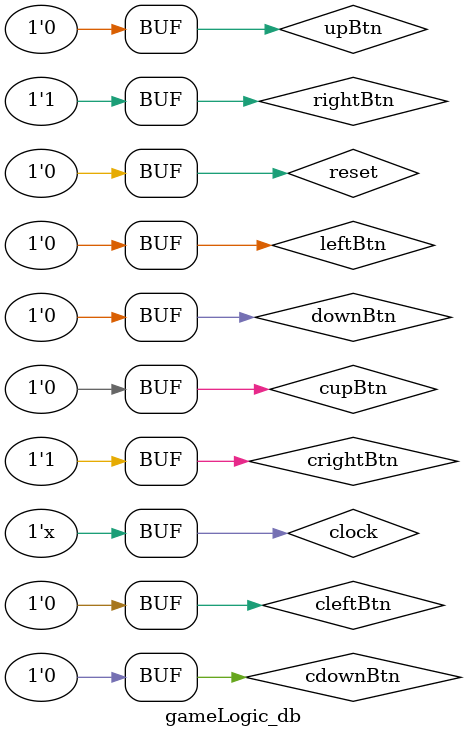
<source format=v>
`timescale 1ns / 1ps


module gameLogic_db;

	// Inputs
	reg rightBtn;
	reg leftBtn;
	reg upBtn;
	reg downBtn;
	reg crightBtn;
	reg cleftBtn;
	reg cupBtn;
	reg cdownBtn;
	reg clock;
	reg reset;

	// Outputs
	wire [3:0] CatX;
	wire [3:0] CatY;
	wire [3:0] MouseX;
	wire [3:0] MouseY;
	wire [3:0] GoalX;
	wire [3:0] GoalY;
	wire [13:0] Score;
	wire GameOver;

	// Instantiate the Unit Under Test (UUT)
	Location uut (
		.rightBtn(rightBtn), 
		.leftBtn(leftBtn), 
		.upBtn(upBtn), 
		.downBtn(downBtn), 
		.crightBtn(crightBtn), 
		.cleftBtn(cleftBtn), 
		.cupBtn(cupBtn), 
		.cdownBtn(cdownBtn), 
		.clock(clock), 
		.reset(reset), 
		.CatX(CatX), 
		.CatY(CatY), 
		.MouseX(MouseX), 
		.MouseY(MouseY), 
		.GoalX(GoalX), 
		.GoalY(GoalY), 
		.Score(Score),
		.GameOver(GameOver)
	);

	initial begin
		// Initialize Inputs
		rightBtn = 0;
		leftBtn = 0;
		upBtn = 0;
		downBtn = 0;
		crightBtn = 0;
		cleftBtn = 0;
		cupBtn = 0;
		cdownBtn = 0;
		clock = 0;
		reset = 0;

		// Wait 100 ns for global reset to finish
		#100;
		reset = 1;
		#100
		reset = 0;
		rightBtn = 1;
		crightBtn = 1;
       
		// Add stimulus here

	end
	
	always #5 clock = ~clock;
      
endmodule


</source>
